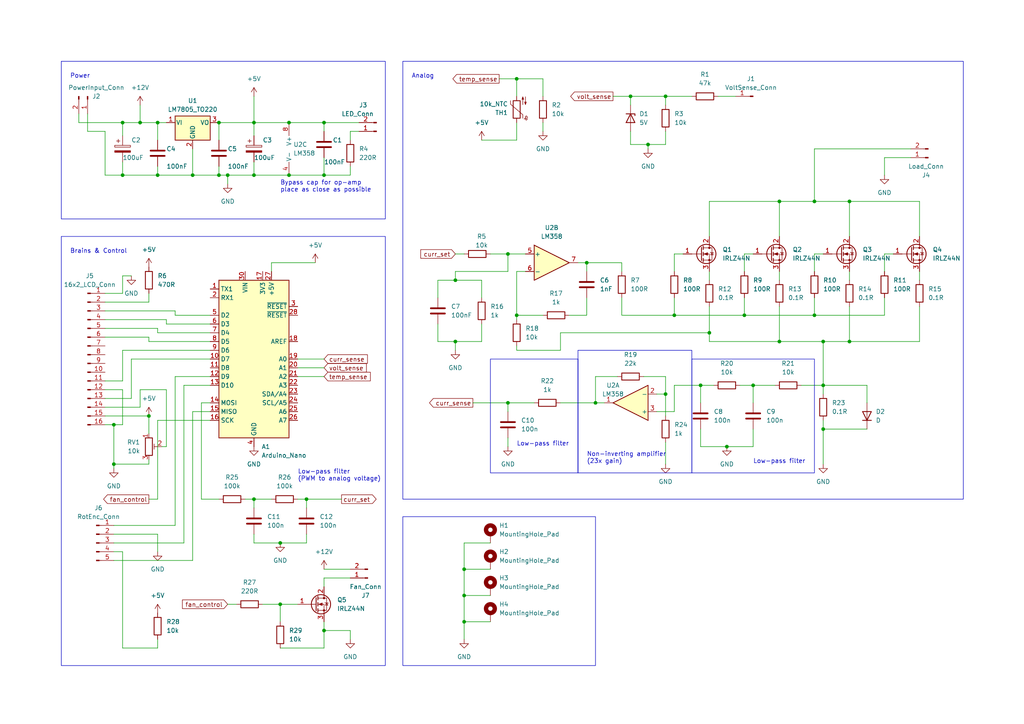
<source format=kicad_sch>
(kicad_sch (version 20230121) (generator eeschema)
  (paper "A4")
  (lib_symbols
    (symbol "Amplifier_Operational:LM358" (pin_names (offset 0.127))
      (property "Reference" "U" (at 0 5.08 0))
      (property "Value" "LM358" (at 0 -5.08 0))
      (symbol "LM358_1_1"
        (pin output line (at 7.62 0 180) (length 2.54) (name "~") (number "1"))
        (pin input line (at -7.62 -2.54 0) (length 2.54) (name "-") (number "2"))
        (pin input line (at -7.62 2.54 0) (length 2.54) (name "+") (number "3"))
      )
      (symbol "LM358_2_1"
        (pin input line (at -7.62 2.54 0) (length 2.54) (name "+") (number "5"))
        (pin input line (at -7.62 -2.54 0) (length 2.54) (name "-") (number "6"))
        (pin output line (at 7.62 0 180) (length 2.54) (name "~") (number "7"))
      )
      (symbol "LM358_3_1"
        (pin power_in line (at -2.54 -7.62 90) (length 3.81) (name "V-") (number "4"))
        (pin power_in line (at -2.54 7.62 270) (length 3.81) (name "V+") (number "8"))
      )
    )
    (symbol "Connector:Conn_01x01_Pin" (pin_names (offset 1.016) hide)
      (property "Reference" "J" (at 0 2.54 0))
      (property "Value" "Conn_01x01_Pin" (at 0 -2.54 0))
      (symbol "Conn_01x01_Pin_1_1"
        (pin passive line (at 5.08 0 180) (length 3.81) (name "Pin_1") (number "1"))
      )
    )
    (symbol "Connector:Conn_01x02_Pin" (pin_names (offset 1.016) hide)
      (property "Reference" "J" (at 0 2.54 0))
      (property "Value" "Conn_01x02_Pin" (at 0 -5.08 0))
      (symbol "Conn_01x02_Pin_1_1"
        (pin passive line (at 5.08 0 180) (length 3.81) (name "Pin_1") (number "1"))
        (pin passive line (at 5.08 -2.54 180) (length 3.81) (name "Pin_2") (number "2"))
      )
    )
    (symbol "Connector:Conn_01x05_Pin" (pin_names (offset 1.016) hide)
      (property "Reference" "J" (at 0 7.62 0))
      (property "Value" "Conn_01x05_Pin" (at 0 -7.62 0))
      (symbol "Conn_01x05_Pin_1_1"
        (pin passive line (at 5.08 5.08 180) (length 3.81) (name "Pin_1") (number "1"))
        (pin passive line (at 5.08 2.54 180) (length 3.81) (name "Pin_2") (number "2"))
        (pin passive line (at 5.08 0 180) (length 3.81) (name "Pin_3") (number "3"))
        (pin passive line (at 5.08 -2.54 180) (length 3.81) (name "Pin_4") (number "4"))
        (pin passive line (at 5.08 -5.08 180) (length 3.81) (name "Pin_5") (number "5"))
      )
    )
    (symbol "Connector:Conn_01x16_Pin" (pin_names (offset 1.016) hide)
      (property "Reference" "J" (at 0 20.32 0))
      (property "Value" "Conn_01x16_Pin" (at 0 -22.86 0))
      (symbol "Conn_01x16_Pin_1_1"
        (pin passive line (at 5.08 17.78 180) (length 3.81) (name "Pin_1") (number "1"))
        (pin passive line (at 5.08 -5.08 180) (length 3.81) (name "Pin_10") (number "10"))
        (pin passive line (at 5.08 -7.62 180) (length 3.81) (name "Pin_11") (number "11"))
        (pin passive line (at 5.08 -10.16 180) (length 3.81) (name "Pin_12") (number "12"))
        (pin passive line (at 5.08 -12.7 180) (length 3.81) (name "Pin_13") (number "13"))
        (pin passive line (at 5.08 -15.24 180) (length 3.81) (name "Pin_14") (number "14"))
        (pin passive line (at 5.08 -17.78 180) (length 3.81) (name "Pin_15") (number "15"))
        (pin passive line (at 5.08 -20.32 180) (length 3.81) (name "Pin_16") (number "16"))
        (pin passive line (at 5.08 15.24 180) (length 3.81) (name "Pin_2") (number "2"))
        (pin passive line (at 5.08 12.7 180) (length 3.81) (name "Pin_3") (number "3"))
        (pin passive line (at 5.08 10.16 180) (length 3.81) (name "Pin_4") (number "4"))
        (pin passive line (at 5.08 7.62 180) (length 3.81) (name "Pin_5") (number "5"))
        (pin passive line (at 5.08 5.08 180) (length 3.81) (name "Pin_6") (number "6"))
        (pin passive line (at 5.08 2.54 180) (length 3.81) (name "Pin_7") (number "7"))
        (pin passive line (at 5.08 0 180) (length 3.81) (name "Pin_8") (number "8"))
        (pin passive line (at 5.08 -2.54 180) (length 3.81) (name "Pin_9") (number "9"))
      )
    )
    (symbol "Device:C" (pin_numbers hide) (pin_names (offset 0.254))
      (property "Reference" "C" (at 0.635 2.54 0))
      (property "Value" "C" (at 0.635 -2.54 0))
      (symbol "C_1_1"
        (pin passive line (at 0 3.81 270) (length 2.794) (name "~") (number "1"))
        (pin passive line (at 0 -3.81 90) (length 2.794) (name "~") (number "2"))
      )
    )
    (symbol "Device:C_Polarized" (pin_numbers hide) (pin_names (offset 0.254))
      (property "Reference" "C" (at 0.635 2.54 0))
      (property "Value" "C_Polarized" (at 0.635 -2.54 0))
      (symbol "C_Polarized_1_1"
        (pin passive line (at 0 3.81 270) (length 2.794) (name "~") (number "1"))
        (pin passive line (at 0 -3.81 90) (length 2.794) (name "~") (number "2"))
      )
    )
    (symbol "Device:D" (pin_numbers hide) (pin_names (offset 1.016) hide)
      (property "Reference" "D" (at 0 2.54 0))
      (property "Value" "D" (at 0 -2.54 0))
      (symbol "D_1_1"
        (pin passive line (at -3.81 0 0) (length 2.54) (name "K") (number "1"))
        (pin passive line (at 3.81 0 180) (length 2.54) (name "A") (number "2"))
      )
    )
    (symbol "Device:D_Zener" (pin_numbers hide) (pin_names (offset 1.016) hide)
      (property "Reference" "D" (at 0 2.54 0))
      (property "Value" "D_Zener" (at 0 -2.54 0))
      (symbol "D_Zener_1_1"
        (pin passive line (at -3.81 0 0) (length 2.54) (name "K") (number "1"))
        (pin passive line (at 3.81 0 180) (length 2.54) (name "A") (number "2"))
      )
    )
    (symbol "Device:R" (pin_numbers hide) (pin_names (offset 0))
      (property "Reference" "R" (at 2.032 0 90))
      (property "Value" "R" (at 0 0 90))
      (symbol "R_1_1"
        (pin passive line (at 0 3.81 270) (length 1.27) (name "~") (number "1"))
        (pin passive line (at 0 -3.81 90) (length 1.27) (name "~") (number "2"))
      )
    )
    (symbol "Device:R_Potentiometer_Trim" (pin_names (offset 1.016) hide)
      (property "Reference" "RV" (at -4.445 0 90))
      (property "Value" "R_Potentiometer_Trim" (at -2.54 0 90))
      (symbol "R_Potentiometer_Trim_1_1"
        (pin passive line (at 0 3.81 270) (length 1.27) (name "1") (number "1"))
        (pin passive line (at 3.81 0 180) (length 1.27) (name "2") (number "2"))
        (pin passive line (at 0 -3.81 90) (length 1.27) (name "3") (number "3"))
      )
    )
    (symbol "Device:Thermistor_NTC" (pin_numbers hide) (pin_names (offset 0))
      (property "Reference" "TH" (at -4.445 0 90))
      (property "Value" "Thermistor_NTC" (at 3.175 0 90))
      (symbol "Thermistor_NTC_1_1"
        (pin passive line (at 0 3.81 270) (length 1.27) (name "~") (number "1"))
        (pin passive line (at 0 -3.81 90) (length 1.27) (name "~") (number "2"))
      )
    )
    (symbol "MCU_Module:Arduino_Nano_Every"
      (property "Reference" "A" (at -10.16 23.495 0))
      (property "Value" "Arduino_Nano_Every" (at 5.08 -24.13 0))
      (symbol "Arduino_Nano_Every_1_1"
        (pin bidirectional line (at -12.7 20.32 0) (length 2.54) (name "TX1") (number "1"))
        (pin bidirectional line (at -12.7 0 0) (length 2.54) (name "D7") (number "10"))
        (pin bidirectional line (at -12.7 -2.54 0) (length 2.54) (name "D8") (number "11"))
        (pin bidirectional line (at -12.7 -5.08 0) (length 2.54) (name "D9") (number "12"))
        (pin bidirectional line (at -12.7 -7.62 0) (length 2.54) (name "D10") (number "13"))
        (pin bidirectional line (at -12.7 -12.7 0) (length 2.54) (name "MOSI") (number "14"))
        (pin bidirectional line (at -12.7 -15.24 0) (length 2.54) (name "MISO") (number "15"))
        (pin bidirectional line (at -12.7 -17.78 0) (length 2.54) (name "SCK") (number "16"))
        (pin power_out line (at 2.54 25.4 270) (length 2.54) (name "3V3") (number "17"))
        (pin input line (at 12.7 5.08 180) (length 2.54) (name "AREF") (number "18"))
        (pin bidirectional line (at 12.7 0 180) (length 2.54) (name "A0") (number "19"))
        (pin bidirectional line (at -12.7 17.78 0) (length 2.54) (name "RX1") (number "2"))
        (pin bidirectional line (at 12.7 -2.54 180) (length 2.54) (name "A1") (number "20"))
        (pin bidirectional line (at 12.7 -5.08 180) (length 2.54) (name "A2") (number "21"))
        (pin bidirectional line (at 12.7 -7.62 180) (length 2.54) (name "A3") (number "22"))
        (pin bidirectional line (at 12.7 -10.16 180) (length 2.54) (name "SDA/A4") (number "23"))
        (pin bidirectional line (at 12.7 -12.7 180) (length 2.54) (name "SCL/A5") (number "24"))
        (pin bidirectional line (at 12.7 -15.24 180) (length 2.54) (name "A6") (number "25"))
        (pin bidirectional line (at 12.7 -17.78 180) (length 2.54) (name "A7") (number "26"))
        (pin power_out line (at 5.08 25.4 270) (length 2.54) (name "+5V") (number "27"))
        (pin input line (at 12.7 12.7 180) (length 2.54) (name "~{RESET}") (number "28"))
        (pin passive line (at 0 -25.4 90) (length 2.54) hide (name "GND") (number "29"))
        (pin input line (at 12.7 15.24 180) (length 2.54) (name "~{RESET}") (number "3"))
        (pin power_in line (at -2.54 25.4 270) (length 2.54) (name "VIN") (number "30"))
        (pin power_in line (at 0 -25.4 90) (length 2.54) (name "GND") (number "4"))
        (pin bidirectional line (at -12.7 12.7 0) (length 2.54) (name "D2") (number "5"))
        (pin bidirectional line (at -12.7 10.16 0) (length 2.54) (name "D3") (number "6"))
        (pin bidirectional line (at -12.7 7.62 0) (length 2.54) (name "D4") (number "7"))
        (pin bidirectional line (at -12.7 5.08 0) (length 2.54) (name "D5") (number "8"))
        (pin bidirectional line (at -12.7 2.54 0) (length 2.54) (name "D6") (number "9"))
      )
    )
    (symbol "Mechanical:MountingHole_Pad" (pin_numbers hide) (pin_names (offset 1.016) hide)
      (property "Reference" "H" (at 0 6.35 0))
      (property "Value" "MountingHole_Pad" (at 0 4.445 0))
      (symbol "MountingHole_Pad_1_1"
        (pin input line (at 0 -2.54 90) (length 2.54) (name "1") (number "1"))
      )
    )
    (symbol "Regulator_Linear:LM7805_TO220" (pin_names (offset 0.254))
      (property "Reference" "U" (at -3.81 3.175 0))
      (property "Value" "LM7805_TO220" (at 0 3.175 0))
      (symbol "LM7805_TO220_1_1"
        (pin power_in line (at -7.62 0 0) (length 2.54) (name "VI") (number "1"))
        (pin power_in line (at 0 -7.62 90) (length 2.54) (name "GND") (number "2"))
        (pin power_out line (at 7.62 0 180) (length 2.54) (name "VO") (number "3"))
      )
    )
    (symbol "Transistor_FET:IRLZ44N" (pin_names hide)
      (property "Reference" "Q" (at 6.35 1.905 0))
      (property "Value" "IRLZ44N" (at 6.35 0 0))
      (symbol "IRLZ44N_1_1"
        (pin input line (at -5.08 0 0) (length 2.54) (name "G") (number "1"))
        (pin passive line (at 2.54 5.08 270) (length 2.54) (name "D") (number "2"))
        (pin passive line (at 2.54 -5.08 90) (length 2.54) (name "S") (number "3"))
      )
    )
    (symbol "power:+12V" (power) (pin_names (offset 0))
      (property "Value" "+12V" (at 0 3.556 0))
      (symbol "+12V_1_1"
        (pin power_in line (at 0 0 90) (length 0) hide (name "+12V") (number "1"))
      )
    )
    (symbol "power:+5V" (power) (pin_names (offset 0))
      (property "Value" "+5V" (at 0 3.556 0))
      (symbol "+5V_1_1"
        (pin power_in line (at 0 0 90) (length 0) hide (name "+5V") (number "1"))
      )
    )
    (symbol "power:GND" (power) (pin_names (offset 0))
      (property "Value" "GND" (at 0 -3.81 0))
      (symbol "GND_1_1"
        (pin power_in line (at 0 0 270) (length 0) hide (name "GND") (number "1"))
      )
    )
  )
  (junction (at 246.38 99.06))
  (junction (at 203.2 111.76))
  (junction (at 83.82 50.8))
  (junction (at 215.9 91.44))
  (junction (at 35.56 50.8))
  (junction (at 73.66 35.56))
  (junction (at 210.82 129.54))
  (junction (at 218.44 111.76))
  (junction (at 134.62 172.72))
  (junction (at 73.66 50.8))
  (junction (at 93.98 35.56))
  (junction (at 45.72 35.56))
  (junction (at 226.06 58.42))
  (junction (at 132.08 99.06))
  (junction (at 134.62 165.1))
  (junction (at 246.38 58.42))
  (junction (at 81.28 175.26))
  (junction (at 238.76 124.46))
  (junction (at 45.72 50.8))
  (junction (at 88.9 144.78))
  (junction (at 195.58 91.44))
  (junction (at 73.66 144.78))
  (junction (at 55.88 50.8))
  (junction (at 193.04 114.3))
  (junction (at 132.08 81.28))
  (junction (at 205.74 96.52))
  (junction (at 193.04 27.94))
  (junction (at 66.04 50.8))
  (junction (at 236.22 58.42))
  (junction (at 238.76 111.76))
  (junction (at 93.98 50.8))
  (junction (at 83.82 35.56))
  (junction (at 40.64 35.56))
  (junction (at 93.98 182.88))
  (junction (at 134.62 180.34))
  (junction (at 149.86 91.44))
  (junction (at 63.5 50.8))
  (junction (at 149.86 22.86))
  (junction (at 226.06 99.06))
  (junction (at 238.76 99.06))
  (junction (at 172.72 116.84))
  (junction (at 33.02 134.62))
  (junction (at 35.56 35.56))
  (junction (at 236.22 91.44))
  (junction (at 43.18 120.65))
  (junction (at 147.32 116.84))
  (junction (at 63.5 35.56))
  (junction (at 170.18 76.2))
  (junction (at 33.02 123.19))
  (junction (at 147.32 73.66))
  (junction (at 81.28 157.48))
  (junction (at 187.96 41.91))
  (junction (at 182.88 27.94))
  (wire (pts (xy 215.9 91.44) (xy 195.58 91.44)))
  (wire (pts (xy 205.74 88.9) (xy 205.74 96.52)))
  (wire (pts (xy 35.56 46.99) (xy 35.56 50.8)))
  (wire (pts (xy 50.8 91.44) (xy 60.96 91.44)))
  (wire (pts (xy 101.6 48.26) (xy 101.6 50.8)))
  (wire (pts (xy 43.18 99.06) (xy 60.96 99.06)))
  (wire (pts (xy 86.36 144.78) (xy 88.9 144.78)))
  (wire (pts (xy 35.56 80.01) (xy 38.1 80.01)))
  (wire (pts (xy 175.26 116.84) (xy 172.72 116.84)))
  (wire (pts (xy 193.04 114.3) (xy 193.04 109.22)))
  (wire (pts (xy 33.02 134.62) (xy 33.02 123.19)))
  (wire (pts (xy 134.62 172.72) (xy 142.24 172.72)))
  (wire (pts (xy 172.72 109.22) (xy 172.72 116.84)))
  (wire (pts (xy 149.86 22.86) (xy 149.86 27.94)))
  (wire (pts (xy 137.16 116.84) (xy 147.32 116.84)))
  (wire (pts (xy 55.88 162.56) (xy 55.88 119.38)))
  (wire (pts (xy 208.28 27.94) (xy 213.36 27.94)))
  (wire (pts (xy 266.7 78.74) (xy 266.7 81.28)))
  (wire (pts (xy 139.7 99.06) (xy 139.7 93.98)))
  (wire (pts (xy 251.46 111.76) (xy 238.76 111.76)))
  (wire (pts (xy 246.38 88.9) (xy 246.38 99.06)))
  (wire (pts (xy 172.72 109.22) (xy 179.07 109.22)))
  (wire (pts (xy 22.86 33.02) (xy 22.86 35.56)))
  (wire (pts (xy 215.9 91.44) (xy 236.22 91.44)))
  (wire (pts (xy 30.48 90.17) (xy 50.8 90.17)))
  (wire (pts (xy 195.58 91.44) (xy 180.34 91.44)))
  (wire (pts (xy 45.72 35.56) (xy 45.72 40.64)))
  (wire (pts (xy 127 99.06) (xy 132.08 99.06)))
  (wire (pts (xy 238.76 99.06) (xy 246.38 99.06)))
  (wire (pts (xy 101.6 167.64) (xy 93.98 167.64)))
  (wire (pts (xy 149.86 100.33) (xy 149.86 101.6)))
  (wire (pts (xy 215.9 73.66) (xy 218.44 73.66)))
  (wire (pts (xy 101.6 50.8) (xy 93.98 50.8)))
  (wire (pts (xy 25.4 33.02) (xy 25.4 38.1)))
  (wire (pts (xy 162.56 96.52) (xy 205.74 96.52)))
  (wire (pts (xy 157.48 91.44) (xy 149.86 91.44)))
  (wire (pts (xy 210.82 129.54) (xy 203.2 129.54)))
  (wire (pts (xy 177.8 27.94) (xy 182.88 27.94)))
  (wire (pts (xy 147.32 116.84) (xy 147.32 119.38)))
  (wire (pts (xy 66.04 50.8) (xy 66.04 53.34)))
  (wire (pts (xy 256.54 91.44) (xy 236.22 91.44)))
  (wire (pts (xy 203.2 111.76) (xy 203.2 116.84)))
  (wire (pts (xy 86.36 109.22) (xy 93.98 109.22)))
  (wire (pts (xy 101.6 40.64) (xy 101.6 38.1)))
  (wire (pts (xy 193.04 27.94) (xy 200.66 27.94)))
  (wire (pts (xy 180.34 78.74) (xy 180.34 76.2)))
  (wire (pts (xy 193.04 114.3) (xy 193.04 120.65)))
  (wire (pts (xy 215.9 86.36) (xy 215.9 91.44)))
  (wire (pts (xy 236.22 73.66) (xy 238.76 73.66)))
  (wire (pts (xy 251.46 124.46) (xy 238.76 124.46)))
  (wire (pts (xy 43.18 97.79) (xy 43.18 99.06)))
  (wire (pts (xy 81.28 175.26) (xy 81.28 180.34)))
  (wire (pts (xy 30.48 115.57) (xy 38.1 115.57)))
  (wire (pts (xy 81.28 175.26) (xy 86.36 175.26)))
  (wire (pts (xy 127 86.36) (xy 127 81.28)))
  (wire (pts (xy 266.7 99.06) (xy 266.7 88.9)))
  (wire (pts (xy 40.64 30.48) (xy 40.64 35.56)))
  (wire (pts (xy 63.5 48.26) (xy 63.5 50.8)))
  (wire (pts (xy 45.72 185.42) (xy 45.72 187.96)))
  (wire (pts (xy 45.72 96.52) (xy 60.96 96.52)))
  (wire (pts (xy 25.4 38.1) (xy 30.48 38.1)))
  (wire (pts (xy 256.54 50.8) (xy 256.54 45.72)))
  (wire (pts (xy 73.66 144.78) (xy 73.66 147.32)))
  (wire (pts (xy 187.96 43.18) (xy 187.96 41.91)))
  (wire (pts (xy 48.26 113.03) (xy 48.26 129.54)))
  (wire (pts (xy 152.4 78.74) (xy 149.86 78.74)))
  (wire (pts (xy 76.2 175.26) (xy 81.28 175.26)))
  (wire (pts (xy 40.64 35.56) (xy 45.72 35.56)))
  (wire (pts (xy 144.78 22.86) (xy 149.86 22.86)))
  (wire (pts (xy 132.08 81.28) (xy 139.7 81.28)))
  (wire (pts (xy 35.56 50.8) (xy 45.72 50.8)))
  (wire (pts (xy 30.48 113.03) (xy 35.56 113.03)))
  (wire (pts (xy 246.38 58.42) (xy 266.7 58.42)))
  (wire (pts (xy 43.18 87.63) (xy 43.18 85.09)))
  (wire (pts (xy 170.18 76.2) (xy 170.18 78.74)))
  (wire (pts (xy 142.24 73.66) (xy 147.32 73.66)))
  (wire (pts (xy 154.94 116.84) (xy 147.32 116.84)))
  (wire (pts (xy 236.22 43.18) (xy 236.22 58.42)))
  (wire (pts (xy 180.34 91.44) (xy 180.34 86.36)))
  (wire (pts (xy 205.74 99.06) (xy 226.06 99.06)))
  (wire (pts (xy 30.48 87.63) (xy 43.18 87.63)))
  (wire (pts (xy 193.04 27.94) (xy 193.04 30.48)))
  (wire (pts (xy 170.18 76.2) (xy 167.64 76.2)))
  (wire (pts (xy 226.06 58.42) (xy 226.06 68.58)))
  (wire (pts (xy 30.48 95.25) (xy 45.72 95.25)))
  (wire (pts (xy 73.66 27.94) (xy 73.66 35.56)))
  (wire (pts (xy 33.02 123.19) (xy 30.48 123.19)))
  (wire (pts (xy 46.99 129.54) (xy 48.26 129.54)))
  (wire (pts (xy 63.5 50.8) (xy 66.04 50.8)))
  (wire (pts (xy 134.62 180.34) (xy 142.24 180.34)))
  (wire (pts (xy 50.8 152.4) (xy 33.02 152.4)))
  (wire (pts (xy 30.48 120.65) (xy 43.18 120.65)))
  (wire (pts (xy 157.48 35.56) (xy 157.48 38.1)))
  (wire (pts (xy 162.56 101.6) (xy 162.56 96.52)))
  (wire (pts (xy 55.88 50.8) (xy 63.5 50.8)))
  (wire (pts (xy 40.64 118.11) (xy 40.64 113.03)))
  (wire (pts (xy 132.08 99.06) (xy 132.08 101.6)))
  (wire (pts (xy 73.66 35.56) (xy 83.82 35.56)))
  (wire (pts (xy 214.63 111.76) (xy 218.44 111.76)))
  (wire (pts (xy 66.04 50.8) (xy 73.66 50.8)))
  (wire (pts (xy 30.48 50.8) (xy 35.56 50.8)))
  (wire (pts (xy 149.86 22.86) (xy 157.48 22.86)))
  (wire (pts (xy 226.06 99.06) (xy 226.06 88.9)))
  (wire (pts (xy 182.88 41.91) (xy 187.96 41.91)))
  (wire (pts (xy 193.04 41.91) (xy 193.04 38.1)))
  (wire (pts (xy 195.58 111.76) (xy 203.2 111.76)))
  (wire (pts (xy 86.36 106.68) (xy 93.98 106.68)))
  (wire (pts (xy 256.54 78.74) (xy 256.54 73.66)))
  (wire (pts (xy 43.18 144.78) (xy 45.72 144.78)))
  (wire (pts (xy 45.72 35.56) (xy 48.26 35.56)))
  (wire (pts (xy 218.44 111.76) (xy 224.79 111.76)))
  (wire (pts (xy 30.48 38.1) (xy 30.48 50.8)))
  (wire (pts (xy 187.96 41.91) (xy 193.04 41.91)))
  (wire (pts (xy 93.98 187.96) (xy 81.28 187.96)))
  (wire (pts (xy 101.6 185.42) (xy 101.6 182.88)))
  (wire (pts (xy 35.56 35.56) (xy 35.56 39.37)))
  (wire (pts (xy 35.56 110.49) (xy 35.56 101.6)))
  (wire (pts (xy 246.38 78.74) (xy 246.38 81.28)))
  (wire (pts (xy 81.28 157.48) (xy 88.9 157.48)))
  (wire (pts (xy 238.76 99.06) (xy 238.76 111.76)))
  (wire (pts (xy 93.98 180.34) (xy 93.98 182.88)))
  (wire (pts (xy 134.62 172.72) (xy 134.62 180.34)))
  (wire (pts (xy 30.48 97.79) (xy 43.18 97.79)))
  (wire (pts (xy 35.56 160.02) (xy 35.56 187.96)))
  (wire (pts (xy 55.88 119.38) (xy 60.96 119.38)))
  (wire (pts (xy 134.62 180.34) (xy 134.62 185.42)))
  (wire (pts (xy 127 81.28) (xy 132.08 81.28)))
  (wire (pts (xy 93.98 35.56) (xy 104.14 35.56)))
  (wire (pts (xy 101.6 38.1) (xy 104.14 38.1)))
  (wire (pts (xy 88.9 144.78) (xy 88.9 147.32)))
  (wire (pts (xy 238.76 124.46) (xy 238.76 134.62)))
  (wire (pts (xy 218.44 129.54) (xy 210.82 129.54)))
  (wire (pts (xy 88.9 144.78) (xy 99.06 144.78)))
  (wire (pts (xy 226.06 99.06) (xy 238.76 99.06)))
  (wire (pts (xy 186.69 109.22) (xy 193.04 109.22)))
  (wire (pts (xy 101.6 182.88) (xy 93.98 182.88)))
  (wire (pts (xy 236.22 91.44) (xy 236.22 86.36)))
  (wire (pts (xy 43.18 133.35) (xy 43.18 134.62)))
  (wire (pts (xy 236.22 58.42) (xy 246.38 58.42)))
  (wire (pts (xy 205.74 58.42) (xy 226.06 58.42)))
  (wire (pts (xy 66.04 175.26) (xy 68.58 175.26)))
  (wire (pts (xy 35.56 35.56) (xy 40.64 35.56)))
  (wire (pts (xy 238.76 124.46) (xy 238.76 121.92)))
  (wire (pts (xy 33.02 162.56) (xy 55.88 162.56)))
  (wire (pts (xy 73.66 35.56) (xy 73.66 39.37)))
  (wire (pts (xy 266.7 58.42) (xy 266.7 68.58)))
  (wire (pts (xy 73.66 50.8) (xy 83.82 50.8)))
  (wire (pts (xy 132.08 78.74) (xy 132.08 81.28)))
  (wire (pts (xy 45.72 144.78) (xy 45.72 121.92)))
  (wire (pts (xy 218.44 111.76) (xy 218.44 116.84)))
  (wire (pts (xy 38.1 115.57) (xy 38.1 104.14)))
  (wire (pts (xy 170.18 91.44) (xy 165.1 91.44)))
  (wire (pts (xy 55.88 43.18) (xy 55.88 50.8)))
  (wire (pts (xy 218.44 124.46) (xy 218.44 129.54)))
  (wire (pts (xy 147.32 73.66) (xy 147.32 78.74)))
  (wire (pts (xy 73.66 46.99) (xy 73.66 50.8)))
  (wire (pts (xy 63.5 35.56) (xy 73.66 35.56)))
  (wire (pts (xy 149.86 91.44) (xy 149.86 92.71)))
  (wire (pts (xy 78.74 76.2) (xy 91.44 76.2)))
  (wire (pts (xy 73.66 157.48) (xy 81.28 157.48)))
  (wire (pts (xy 35.56 187.96) (xy 45.72 187.96)))
  (wire (pts (xy 73.66 154.94) (xy 73.66 157.48)))
  (wire (pts (xy 33.02 160.02) (xy 35.56 160.02)))
  (wire (pts (xy 43.18 134.62) (xy 33.02 134.62)))
  (wire (pts (xy 162.56 116.84) (xy 172.72 116.84)))
  (wire (pts (xy 205.74 78.74) (xy 205.74 81.28)))
  (wire (pts (xy 251.46 116.84) (xy 251.46 111.76)))
  (wire (pts (xy 190.5 119.38) (xy 195.58 119.38)))
  (wire (pts (xy 147.32 127) (xy 147.32 129.54)))
  (wire (pts (xy 134.62 165.1) (xy 134.62 172.72)))
  (wire (pts (xy 180.34 76.2) (xy 170.18 76.2)))
  (wire (pts (xy 71.12 144.78) (xy 73.66 144.78)))
  (wire (pts (xy 35.56 113.03) (xy 35.56 123.19)))
  (wire (pts (xy 45.72 50.8) (xy 55.88 50.8)))
  (wire (pts (xy 149.86 78.74) (xy 149.86 91.44)))
  (wire (pts (xy 147.32 73.66) (xy 152.4 73.66)))
  (wire (pts (xy 182.88 27.94) (xy 193.04 27.94)))
  (wire (pts (xy 139.7 81.28) (xy 139.7 86.36)))
  (wire (pts (xy 58.42 144.78) (xy 63.5 144.78)))
  (wire (pts (xy 48.26 93.98) (xy 60.96 93.98)))
  (wire (pts (xy 226.06 58.42) (xy 236.22 58.42)))
  (wire (pts (xy 190.5 114.3) (xy 193.04 114.3)))
  (wire (pts (xy 182.88 27.94) (xy 182.88 30.48)))
  (wire (pts (xy 93.98 167.64) (xy 93.98 170.18)))
  (wire (pts (xy 50.8 90.17) (xy 50.8 91.44)))
  (wire (pts (xy 33.02 135.89) (xy 33.02 134.62)))
  (wire (pts (xy 50.8 109.22) (xy 50.8 152.4)))
  (wire (pts (xy 205.74 68.58) (xy 205.74 58.42)))
  (wire (pts (xy 205.74 96.52) (xy 205.74 99.06)))
  (wire (pts (xy 232.41 111.76) (xy 238.76 111.76)))
  (wire (pts (xy 35.56 101.6) (xy 60.96 101.6)))
  (wire (pts (xy 203.2 111.76) (xy 207.01 111.76)))
  (wire (pts (xy 170.18 86.36) (xy 170.18 91.44)))
  (wire (pts (xy 30.48 92.71) (xy 48.26 92.71)))
  (wire (pts (xy 226.06 78.74) (xy 226.06 81.28)))
  (wire (pts (xy 60.96 116.84) (xy 58.42 116.84)))
  (wire (pts (xy 30.48 85.09) (xy 35.56 85.09)))
  (wire (pts (xy 139.7 40.64) (xy 149.86 40.64)))
  (wire (pts (xy 22.86 35.56) (xy 35.56 35.56)))
  (wire (pts (xy 30.48 110.49) (xy 35.56 110.49)))
  (wire (pts (xy 30.48 118.11) (xy 40.64 118.11)))
  (wire (pts (xy 53.34 111.76) (xy 60.96 111.76)))
  (wire (pts (xy 33.02 154.94) (xy 45.72 154.94)))
  (wire (pts (xy 215.9 78.74) (xy 215.9 73.66)))
  (wire (pts (xy 88.9 157.48) (xy 88.9 154.94)))
  (wire (pts (xy 195.58 91.44) (xy 195.58 86.36)))
  (wire (pts (xy 45.72 154.94) (xy 45.72 160.02)))
  (wire (pts (xy 40.64 113.03) (xy 48.26 113.03)))
  (wire (pts (xy 58.42 116.84) (xy 58.42 144.78)))
  (wire (pts (xy 93.98 45.72) (xy 93.98 50.8)))
  (wire (pts (xy 246.38 58.42) (xy 246.38 68.58)))
  (wire (pts (xy 149.86 40.64) (xy 149.86 35.56)))
  (wire (pts (xy 78.74 78.74) (xy 78.74 76.2)))
  (wire (pts (xy 134.62 165.1) (xy 134.62 157.48)))
  (wire (pts (xy 93.98 35.56) (xy 93.98 38.1)))
  (wire (pts (xy 48.26 92.71) (xy 48.26 93.98)))
  (wire (pts (xy 93.98 182.88) (xy 93.98 187.96)))
  (wire (pts (xy 73.66 144.78) (xy 78.74 144.78)))
  (wire (pts (xy 38.1 104.14) (xy 60.96 104.14)))
  (wire (pts (xy 45.72 48.26) (xy 45.72 50.8)))
  (wire (pts (xy 157.48 22.86) (xy 157.48 27.94)))
  (wire (pts (xy 149.86 101.6) (xy 162.56 101.6)))
  (wire (pts (xy 43.18 120.65) (xy 43.18 125.73)))
  (wire (pts (xy 195.58 78.74) (xy 195.58 73.66)))
  (wire (pts (xy 193.04 128.27) (xy 193.04 134.62)))
  (wire (pts (xy 147.32 78.74) (xy 132.08 78.74)))
  (wire (pts (xy 83.82 35.56) (xy 93.98 35.56)))
  (wire (pts (xy 53.34 157.48) (xy 53.34 111.76)))
  (wire (pts (xy 256.54 86.36) (xy 256.54 91.44)))
  (wire (pts (xy 45.72 95.25) (xy 45.72 96.52)))
  (wire (pts (xy 101.6 165.1) (xy 93.98 165.1)))
  (wire (pts (xy 132.08 73.66) (xy 134.62 73.66)))
  (wire (pts (xy 195.58 73.66) (xy 198.12 73.66)))
  (wire (pts (xy 246.38 99.06) (xy 266.7 99.06)))
  (wire (pts (xy 134.62 157.48) (xy 142.24 157.48)))
  (wire (pts (xy 134.62 165.1) (xy 142.24 165.1)))
  (wire (pts (xy 33.02 157.48) (xy 53.34 157.48)))
  (wire (pts (xy 93.98 50.8) (xy 83.82 50.8)))
  (wire (pts (xy 35.56 123.19) (xy 33.02 123.19)))
  (wire (pts (xy 86.36 104.14) (xy 93.98 104.14)))
  (wire (pts (xy 60.96 109.22) (xy 50.8 109.22)))
  (wire (pts (xy 63.5 35.56) (xy 63.5 40.64)))
  (wire (pts (xy 236.22 78.74) (xy 236.22 73.66)))
  (wire (pts (xy 132.08 99.06) (xy 139.7 99.06)))
  (wire (pts (xy 238.76 111.76) (xy 238.76 114.3)))
  (wire (pts (xy 45.72 121.92) (xy 60.96 121.92)))
  (wire (pts (xy 35.56 85.09) (xy 35.56 80.01)))
  (wire (pts (xy 256.54 45.72) (xy 264.16 45.72)))
  (wire (pts (xy 264.16 43.18) (xy 236.22 43.18)))
  (wire (pts (xy 203.2 129.54) (xy 203.2 124.46)))
  (wire (pts (xy 256.54 73.66) (xy 259.08 73.66)))
  (wire (pts (xy 195.58 119.38) (xy 195.58 111.76)))
  (wire (pts (xy 127 93.98) (xy 127 99.06)))
  (wire (pts (xy 182.88 41.91) (xy 182.88 38.1)))
  (rectangle (start 17.78 68.58) (end 111.76 193.04))
  (rectangle (start 116.84 149.86) (end 172.72 193.04))
  (rectangle (start 116.84 17.78) (end 279.4 144.78))
  (rectangle (start 200.66 104.14) (end 236.22 137.16))
  (rectangle (start 17.78 17.78) (end 111.76 63.5))
  (rectangle (start 167.64 101.6) (end 200.66 137.16))
  (rectangle (start 142.24 104.14) (end 167.64 137.16))
  (text "Low-pass filter\n(PWM to analog voltage)" (at 86.36 139.7 0) (effects (font (size 1.27 1.27)) (justify left bottom)))
  (text "Bypass cap for op-amp\nplace as close as possible" (at 81.28 55.88 0) (effects (font (size 1.27 1.27)) (justify left bottom)))
  (text "Low-pass filter" (at 149.86 129.54 0) (effects (font (size 1.27 1.27)) (justify left bottom)))
  (text "Low-pass filter" (at 218.44 134.62 0) (effects (font (size 1.27 1.27)) (justify left bottom)))
  (text "Non-inverting amplifier \n(23x gain)" (at 170.18 134.62 0) (effects (font (size 1.27 1.27)) (justify left bottom)))
  (text "Brains & Control" (at 20.32 73.66 0) (effects (font (size 1.27 1.27)) (justify left bottom)))
  (text "Analog" (at 119.38 22.86 0) (effects (font (size 1.27 1.27)) (justify left bottom)))
  (text "Power" (at 20.32 22.86 0) (effects (font (size 1.27 1.27)) (justify left bottom)))
  (global_label "fan_control" (shape output) (at 43.18 144.78 180) (property "Intersheetrefs" "${INTERSHEET_REFS}" (effects hide)))
  (global_label "curr_sense" (shape input) (at 93.98 104.14 0) (property "Intersheetrefs" "${INTERSHEET_REFS}" (effects hide)))
  (global_label "fan_control" (shape input) (at 66.04 175.26 180) (property "Intersheetrefs" "${INTERSHEET_REFS}" (effects hide)))
  (global_label "curr_set" (shape input) (at 132.08 73.66 180) (property "Intersheetrefs" "${INTERSHEET_REFS}" (effects hide)))
  (global_label "curr_sense" (shape output) (at 137.16 116.84 180) (property "Intersheetrefs" "${INTERSHEET_REFS}" (effects hide)))
  (global_label "curr_set" (shape output) (at 99.06 144.78 0) (property "Intersheetrefs" "${INTERSHEET_REFS}" (effects hide)))
  (global_label "volt_sense" (shape input) (at 93.98 106.68 0) (property "Intersheetrefs" "${INTERSHEET_REFS}" (effects hide)))
  (global_label "temp_sense" (shape output) (at 144.78 22.86 180) (property "Intersheetrefs" "${INTERSHEET_REFS}" (effects hide)))
  (global_label "volt_sense" (shape output) (at 177.8 27.94 180) (property "Intersheetrefs" "${INTERSHEET_REFS}" (effects hide)))
  (global_label "temp_sense" (shape input) (at 93.98 109.22 0) (property "Intersheetrefs" "${INTERSHEET_REFS}" (effects hide)))
  (symbol (lib_id "power:+5V") (at 45.72 177.8 0) (unit 1)
    (property "Reference" "#PWR022" (effects hide))
    (property "Value" "+5V" (at 45.72 172.72 0))
  )
  (symbol (lib_id "Device:R") (at 138.43 73.66 90) (unit 1)
    (property "Reference" "R5" (at 139.7 68.58 90))
    (property "Value" "10k" (at 139.7 71.12 90))
    (property "Footprint" "Resistor_SMD:R_1206_3216Metric" (effects hide))
  )
  (symbol (lib_id "Device:R_Potentiometer_Trim") (at 43.18 129.54 0) (unit 1)
    (property "Reference" "RV1" (at 40.64 128.27 0) (effects (justify right)))
    (property "Value" "10k" (at 40.64 130.81 0) (effects (justify right)))
    (property "Footprint" "Connector_PinHeader_2.54mm:PinHeader_1x03_P2.54mm_Vertical" (effects hide))
  )
  (symbol (lib_id "Device:R") (at 139.7 90.17 180) (unit 1)
    (property "Reference" "R16" (at 142.24 88.9 0) (effects (justify right)))
    (property "Value" "1k" (at 142.24 91.44 0) (effects (justify right)))
    (property "Footprint" "Resistor_SMD:R_1206_3216Metric" (effects hide))
  )
  (symbol (lib_id "power:GND") (at 81.28 157.48 0) (unit 1)
    (property "Reference" "#PWR019" (effects hide))
    (property "Value" "GND" (at 81.28 162.56 0))
  )
  (symbol (lib_id "power:+5V") (at 139.7 40.64 0) (unit 1)
    (property "Reference" "#PWR04" (effects hide))
    (property "Value" "+5V" (at 139.7 35.56 0))
  )
  (symbol (lib_id "Device:R") (at 238.76 118.11 0) (unit 1)
    (property "Reference" "R23" (at 241.3 116.84 0) (effects (justify left)))
    (property "Value" "0.1R" (at 241.3 119.38 0) (effects (justify left)))
    (property "Footprint" "Resistor_THT:R_Axial_Power_L25.0mm_W9.0mm_P27.94mm" (effects hide))
  )
  (symbol (lib_id "power:GND") (at 157.48 38.1 0) (unit 1)
    (property "Reference" "#PWR03" (effects hide))
    (property "Value" "GND" (at 157.48 43.18 0))
  )
  (symbol (lib_id "Mechanical:MountingHole_Pad") (at 142.24 170.18 0) (unit 1)
    (property "Reference" "H3" (at 144.78 167.64 0) (effects (justify left)))
    (property "Value" "MountingHole_Pad" (at 144.78 170.18 0) (effects (justify left)))
    (property "Footprint" "MountingHole:MountingHole_3.2mm_M3_Pad" (effects hide))
  )
  (symbol (lib_id "power:GND") (at 73.66 129.54 0) (unit 1)
    (property "Reference" "#PWR013" (effects hide))
    (property "Value" "GND" (at 73.66 134.62 0))
  )
  (symbol (lib_id "Amplifier_Operational:LM358") (at 182.88 116.84 180) (unit 1)
    (property "Reference" "U2" (at 177.8 111.76 0))
    (property "Value" "LM358" (at 177.8 114.3 0))
    (property "Footprint" "Package_DIP:DIP-8_W7.62mm_LongPads" (effects hide))
    (property "Datasheet" "http://www.ti.com/lit/ds/symlink/lm2904-n.pdf" (effects hide))
  )
  (symbol (lib_id "power:+5V") (at 91.44 76.2 0) (unit 1)
    (property "Reference" "#PWR08" (effects hide))
    (property "Value" "+5V" (at 91.44 71.12 0))
  )
  (symbol (lib_id "power:+5V") (at 43.18 120.65 0) (unit 1)
    (property "Reference" "#PWR012" (effects hide))
    (property "Value" "+5V" (at 43.18 115.57 0))
  )
  (symbol (lib_id "Device:R") (at 246.38 85.09 0) (unit 1)
    (property "Reference" "R14" (at 248.92 83.82 0) (effects (justify left)))
    (property "Value" "0.1R" (at 248.92 86.36 0) (effects (justify left)))
    (property "Footprint" "Resistor_THT:R_Axial_Power_L25.0mm_W9.0mm_P27.94mm" (effects hide))
  )
  (symbol (lib_id "Device:R") (at 193.04 34.29 180) (unit 1)
    (property "Reference" "R3" (at 195.58 33.02 0) (effects (justify right)))
    (property "Value" "10k" (at 195.58 35.56 0) (effects (justify right)))
    (property "Footprint" "Resistor_SMD:R_1206_3216Metric" (effects hide))
  )
  (symbol (lib_id "Device:R") (at 101.6 44.45 180) (unit 1)
    (property "Reference" "R4" (at 104.14 43.18 0) (effects (justify right)))
    (property "Value" "220R" (at 104.14 45.72 0) (effects (justify right)))
    (property "Footprint" "Resistor_SMD:R_1206_3216Metric" (effects hide))
  )
  (symbol (lib_id "Mechanical:MountingHole_Pad") (at 142.24 177.8 0) (unit 1)
    (property "Reference" "H4" (at 144.78 175.26 0) (effects (justify left)))
    (property "Value" "MountingHole_Pad" (at 144.78 177.8 0) (effects (justify left)))
    (property "Footprint" "MountingHole:MountingHole_3.2mm_M3_Pad" (effects hide))
  )
  (symbol (lib_id "Device:R") (at 210.82 111.76 90) (unit 1)
    (property "Reference" "R20" (at 210.82 105.41 90))
    (property "Value" "10k" (at 210.82 107.95 90))
    (property "Footprint" "Resistor_SMD:R_1206_3216Metric" (effects hide))
  )
  (symbol (lib_id "Connector:Conn_01x16_Pin") (at 25.4 102.87 0) (unit 1)
    (property "Reference" "J5" (at 26.035 80.01 0))
    (property "Value" "16x2_LCD_Conn" (at 26.035 82.55 0))
    (property "Footprint" "Connector_PinHeader_2.54mm:PinHeader_1x16_P2.54mm_Vertical" (effects hide))
  )
  (symbol (lib_id "Connector:Conn_01x05_Pin") (at 27.94 157.48 0) (unit 1)
    (property "Reference" "J6" (at 28.575 147.32 0))
    (property "Value" "RotEnc_Conn" (at 28.575 149.86 0))
    (property "Footprint" "Connector_PinHeader_2.54mm:PinHeader_1x05_P2.54mm_Vertical" (effects hide))
  )
  (symbol (lib_id "Device:R") (at 180.34 82.55 0) (unit 1)
    (property "Reference" "R7" (at 182.88 81.28 0) (effects (justify left)))
    (property "Value" "100R" (at 182.88 83.82 0) (effects (justify left)))
    (property "Footprint" "Resistor_SMD:R_1206_3216Metric" (effects hide))
  )
  (symbol (lib_id "Device:R") (at 205.74 85.09 0) (unit 1)
    (property "Reference" "R12" (at 208.28 83.82 0) (effects (justify left)))
    (property "Value" "0.1R" (at 208.28 86.36 0) (effects (justify left)))
    (property "Footprint" "Resistor_THT:R_Axial_Power_L25.0mm_W9.0mm_P27.94mm" (effects hide))
  )
  (symbol (lib_id "Device:R") (at 236.22 82.55 0) (unit 1)
    (property "Reference" "R10" (at 238.76 81.28 0) (effects (justify left)))
    (property "Value" "100R" (at 238.76 83.82 0) (effects (justify left)))
    (property "Footprint" "Resistor_SMD:R_1206_3216Metric" (effects hide))
  )
  (symbol (lib_id "power:GND") (at 147.32 129.54 0) (unit 1)
    (property "Reference" "#PWR014" (effects hide))
    (property "Value" "GND" (at 147.32 134.62 0))
  )
  (symbol (lib_id "Device:R") (at 72.39 175.26 90) (unit 1)
    (property "Reference" "R27" (at 72.39 168.91 90))
    (property "Value" "220R" (at 72.39 171.45 90))
    (property "Footprint" "Resistor_SMD:R_1206_3216Metric" (effects hide))
  )
  (symbol (lib_id "Device:R") (at 226.06 85.09 0) (unit 1)
    (property "Reference" "R13" (at 228.6 83.82 0) (effects (justify left)))
    (property "Value" "0.1R" (at 228.6 86.36 0) (effects (justify left)))
    (property "Footprint" "Resistor_THT:R_Axial_Power_L25.0mm_W9.0mm_P27.94mm" (effects hide))
  )
  (symbol (lib_id "power:+12V") (at 93.98 165.1 0) (unit 1)
    (property "Reference" "#PWR021" (effects hide))
    (property "Value" "+12V" (at 93.98 160.02 0))
  )
  (symbol (lib_id "power:GND") (at 101.6 185.42 0) (unit 1)
    (property "Reference" "#PWR023" (effects hide))
    (property "Value" "GND" (at 101.6 190.5 0))
  )
  (symbol (lib_id "Device:C_Polarized") (at 35.56 43.18 0) (unit 1)
    (property "Reference" "C2" (at 38.1 40.64 0) (effects (justify left)))
    (property "Value" "100uF" (at 35.56 45.72 0) (effects (justify left)))
    (property "Footprint" "Capacitor_THT:CP_Radial_D6.3mm_P2.50mm" (effects hide))
  )
  (symbol (lib_id "Device:R") (at 81.28 184.15 180) (unit 1)
    (property "Reference" "R29" (at 83.82 182.88 0) (effects (justify right)))
    (property "Value" "10k" (at 83.82 185.42 0) (effects (justify right)))
    (property "Footprint" "Resistor_SMD:R_1206_3216Metric" (effects hide))
  )
  (symbol (lib_id "Device:C") (at 127 90.17 0) (unit 1)
    (property "Reference" "C7" (at 130.81 88.9 0) (effects (justify left)))
    (property "Value" "100nF" (at 130.81 91.44 0) (effects (justify left)))
    (property "Footprint" "Capacitor_SMD:C_1206_3216Metric" (effects hide))
  )
  (symbol (lib_id "power:GND") (at 238.76 134.62 0) (unit 1)
    (property "Reference" "#PWR017" (effects hide))
    (property "Value" "GND" (at 238.76 139.7 0))
  )
  (symbol (lib_id "Transistor_FET:IRLZ44N") (at 203.2 73.66 0) (unit 1)
    (property "Reference" "Q1" (at 209.55 72.39 0) (effects (justify left)))
    (property "Value" "IRLZ44N" (at 209.55 74.93 0) (effects (justify left)))
    (property "Footprint" "Package_TO_SOT_THT:TO-220-3_Vertical" (effects hide))
    (property "Datasheet" "http://www.irf.com/product-info/datasheets/data/irlz44n.pdf" (effects hide))
  )
  (symbol (lib_id "Transistor_FET:IRLZ44N") (at 264.16 73.66 0) (unit 1)
    (property "Reference" "Q4" (at 270.51 72.39 0) (effects (justify left)))
    (property "Value" "IRLZ44N" (at 270.51 74.93 0) (effects (justify left)))
    (property "Footprint" "Package_TO_SOT_THT:TO-220-3_Vertical" (effects hide))
    (property "Datasheet" "http://www.irf.com/product-info/datasheets/data/irlz44n.pdf" (effects hide))
  )
  (symbol (lib_id "Device:C") (at 45.72 44.45 0) (unit 1)
    (property "Reference" "C4" (at 48.26 43.18 0) (effects (justify left)))
    (property "Value" "100nF" (at 48.26 48.26 0) (effects (justify left)))
    (property "Footprint" "Capacitor_SMD:C_1206_3216Metric" (effects hide))
  )
  (symbol (lib_id "Transistor_FET:IRLZ44N") (at 91.44 175.26 0) (unit 1)
    (property "Reference" "Q5" (at 97.79 173.99 0) (effects (justify left)))
    (property "Value" "IRLZ44N" (at 97.79 176.53 0) (effects (justify left)))
    (property "Footprint" "Package_TO_SOT_THT:TO-220-3_Vertical" (effects hide))
    (property "Datasheet" "http://www.irf.com/product-info/datasheets/data/irlz44n.pdf" (effects hide))
  )
  (symbol (lib_id "power:GND") (at 187.96 43.18 0) (unit 1)
    (property "Reference" "#PWR05" (effects hide))
    (property "Value" "GND" (at 187.96 48.26 0))
  )
  (symbol (lib_id "Device:R") (at 228.6 111.76 90) (unit 1)
    (property "Reference" "R21" (at 228.6 105.41 90))
    (property "Value" "10k" (at 228.6 107.95 90))
    (property "Footprint" "Resistor_SMD:R_1206_3216Metric" (effects hide))
  )
  (symbol (lib_id "Device:R") (at 215.9 82.55 0) (unit 1)
    (property "Reference" "R9" (at 218.44 81.28 0) (effects (justify left)))
    (property "Value" "100R" (at 218.44 83.82 0) (effects (justify left)))
    (property "Footprint" "Resistor_SMD:R_1206_3216Metric" (effects hide))
  )
  (symbol (lib_id "Device:C") (at 88.9 151.13 0) (unit 1)
    (property "Reference" "C12" (at 92.71 149.86 0) (effects (justify left)))
    (property "Value" "100n" (at 92.71 152.4 0) (effects (justify left)))
    (property "Footprint" "Capacitor_SMD:C_1206_3216Metric" (effects hide))
  )
  (symbol (lib_id "power:GND") (at 45.72 160.02 0) (unit 1)
    (property "Reference" "#PWR020" (effects hide))
    (property "Value" "GND" (at 45.72 165.1 0))
  )
  (symbol (lib_id "Device:C") (at 73.66 151.13 0) (unit 1)
    (property "Reference" "C11" (at 77.47 149.86 0) (effects (justify left)))
    (property "Value" "100n" (at 77.47 152.4 0) (effects (justify left)))
    (property "Footprint" "Capacitor_SMD:C_1206_3216Metric" (effects hide))
  )
  (symbol (lib_id "Device:R") (at 45.72 181.61 180) (unit 1)
    (property "Reference" "R28" (at 48.26 180.34 0) (effects (justify right)))
    (property "Value" "10k" (at 48.26 182.88 0) (effects (justify right)))
    (property "Footprint" "Resistor_SMD:R_1206_3216Metric" (effects hide))
  )
  (symbol (lib_id "Connector:Conn_01x02_Pin") (at 269.24 45.72 180) (unit 1)
    (property "Reference" "J4" (at 268.605 50.8 0))
    (property "Value" "Load_Conn" (at 268.605 48.26 0))
    (property "Footprint" "MyFootprintLibrary:ScrewTerminal_01x02_P5mm" (effects hide))
  )
  (symbol (lib_id "power:+12V") (at 40.64 30.48 0) (unit 1)
    (property "Reference" "#PWR02" (effects hide))
    (property "Value" "+12V" (at 40.64 25.4 0))
  )
  (symbol (lib_id "Device:R") (at 204.47 27.94 90) (unit 1)
    (property "Reference" "R1" (at 204.47 21.59 90))
    (property "Value" "47k" (at 204.47 24.13 90))
    (property "Footprint" "Resistor_SMD:R_1206_3216Metric" (effects hide))
  )
  (symbol (lib_id "Device:R") (at 266.7 85.09 0) (unit 1)
    (property "Reference" "R15" (at 269.24 83.82 0) (effects (justify left)))
    (property "Value" "0.1R" (at 269.24 86.36 0) (effects (justify left)))
    (property "Footprint" "Resistor_THT:R_Axial_Power_L25.0mm_W9.0mm_P27.94mm" (effects hide))
  )
  (symbol (lib_id "power:GND") (at 134.62 185.42 0) (unit 1)
    (property "Reference" "#PWR024" (effects hide))
    (property "Value" "GND" (at 134.62 190.5 0))
  )
  (symbol (lib_id "power:GND") (at 132.08 101.6 0) (unit 1)
    (property "Reference" "#PWR011" (effects hide))
    (property "Value" "GND" (at 132.08 106.68 0))
  )
  (symbol (lib_id "Device:D") (at 251.46 120.65 90) (unit 1)
    (property "Reference" "D2" (at 254 119.38 90) (effects (justify right)))
    (property "Value" "D" (at 254 121.92 90) (effects (justify right)))
    (property "Footprint" "Diode_THT:D_T-1_P5.08mm_Horizontal" (effects hide))
    (property "Sim.Device" "D" (effects hide))
    (property "Sim.Pins" "1=K 2=A" (effects hide))
  )
  (symbol (lib_id "power:+5V") (at 73.66 27.94 0) (unit 1)
    (property "Reference" "#PWR01" (effects hide))
    (property "Value" "+5V" (at 73.66 22.86 0))
  )
  (symbol (lib_id "Connector:Conn_01x02_Pin") (at 25.4 27.94 270) (unit 1)
    (property "Reference" "J2" (at 27.94 27.94 90))
    (property "Value" "PowerInput_Conn" (at 27.94 25.4 90))
    (property "Footprint" "MyFootprintLibrary:ScrewTerminal_01x02_P5mm" (effects hide))
  )
  (symbol (lib_id "Device:C") (at 203.2 120.65 0) (unit 1)
    (property "Reference" "C8" (at 207.01 119.38 0) (effects (justify left)))
    (property "Value" "100n" (at 207.01 121.92 0) (effects (justify left)))
    (property "Footprint" "Capacitor_SMD:C_1206_3216Metric" (effects hide))
  )
  (symbol (lib_id "Device:C") (at 218.44 120.65 0) (unit 1)
    (property "Reference" "C9" (at 222.25 119.38 0) (effects (justify left)))
    (property "Value" "100n" (at 222.25 121.92 0) (effects (justify left)))
    (property "Footprint" "Capacitor_SMD:C_1206_3216Metric" (effects hide))
  )
  (symbol (lib_id "Device:R") (at 67.31 144.78 90) (unit 1)
    (property "Reference" "R25" (at 67.31 138.43 90))
    (property "Value" "100k" (at 67.31 140.97 90))
    (property "Footprint" "Resistor_SMD:R_1206_3216Metric" (effects hide))
  )
  (symbol (lib_id "Device:C") (at 63.5 44.45 0) (unit 1)
    (property "Reference" "C5" (at 66.04 43.18 0) (effects (justify left)))
    (property "Value" "100nF" (at 66.04 48.26 0) (effects (justify left)))
    (property "Footprint" "Capacitor_SMD:C_1206_3216Metric" (effects hide))
  )
  (symbol (lib_id "Device:Thermistor_NTC") (at 149.86 31.75 180) (unit 1)
    (property "Reference" "TH1" (at 147.32 32.7025 0) (effects (justify left)))
    (property "Value" "10k_NTC" (at 147.32 30.1625 0) (effects (justify left)))
    (property "Footprint" "Connector_PinHeader_2.54mm:PinHeader_1x02_P2.54mm_Vertical" (effects hide))
  )
  (symbol (lib_id "power:GND") (at 66.04 53.34 0) (unit 1)
    (property "Reference" "#PWR07" (effects hide))
    (property "Value" "GND" (at 66.04 58.42 0))
  )
  (symbol (lib_id "Transistor_FET:IRLZ44N") (at 243.84 73.66 0) (unit 1)
    (property "Reference" "Q3" (at 250.19 72.39 0) (effects (justify left)))
    (property "Value" "IRLZ44N" (at 250.19 74.93 0) (effects (justify left)))
    (property "Footprint" "Package_TO_SOT_THT:TO-220-3_Vertical" (effects hide))
    (property "Datasheet" "http://www.irf.com/product-info/datasheets/data/irlz44n.pdf" (effects hide))
  )
  (symbol (lib_id "Device:C") (at 147.32 123.19 0) (unit 1)
    (property "Reference" "C10" (at 151.13 121.92 0) (effects (justify left)))
    (property "Value" "100n" (at 151.13 124.46 0) (effects (justify left)))
    (property "Footprint" "Capacitor_SMD:C_1206_3216Metric" (effects hide))
  )
  (symbol (lib_id "Mechanical:MountingHole_Pad") (at 142.24 154.94 0) (unit 1)
    (property "Reference" "H1" (at 144.78 152.4 0) (effects (justify left)))
    (property "Value" "MountingHole_Pad" (at 144.78 154.94 0) (effects (justify left)))
    (property "Footprint" "MountingHole:MountingHole_3.2mm_M3_Pad" (effects hide))
  )
  (symbol (lib_id "Device:R") (at 82.55 144.78 90) (unit 1)
    (property "Reference" "R26" (at 82.55 138.43 90))
    (property "Value" "100k" (at 82.55 140.97 90))
    (property "Footprint" "Resistor_SMD:R_1206_3216Metric" (effects hide))
  )
  (symbol (lib_id "Device:R") (at 195.58 82.55 0) (unit 1)
    (property "Reference" "R8" (at 198.12 81.28 0) (effects (justify left)))
    (property "Value" "100R" (at 198.12 83.82 0) (effects (justify left)))
    (property "Footprint" "Resistor_SMD:R_1206_3216Metric" (effects hide))
  )
  (symbol (lib_id "Device:R") (at 43.18 81.28 0) (unit 1)
    (property "Reference" "R6" (at 45.72 80.01 0) (effects (justify left)))
    (property "Value" "470R" (at 45.72 82.55 0) (effects (justify left)))
    (property "Footprint" "Resistor_SMD:R_1206_3216Metric" (effects hide))
  )
  (symbol (lib_id "Device:R") (at 158.75 116.84 90) (unit 1)
    (property "Reference" "R22" (at 158.75 110.49 90))
    (property "Value" "1k" (at 158.75 113.03 90))
    (property "Footprint" "Resistor_SMD:R_1206_3216Metric" (effects hide))
  )
  (symbol (lib_id "Device:R") (at 157.48 31.75 0) (unit 1)
    (property "Reference" "R2" (at 160.02 30.48 0) (effects (justify left)))
    (property "Value" "10k" (at 160.02 33.02 0) (effects (justify left)))
    (property "Footprint" "Resistor_SMD:R_1206_3216Metric" (effects hide))
  )
  (symbol (lib_id "Device:C") (at 170.18 82.55 0) (unit 1)
    (property "Reference" "C6" (at 173.99 81.28 0) (effects (justify left)))
    (property "Value" "1nF" (at 173.99 83.82 0) (effects (justify left)))
    (property "Footprint" "Capacitor_SMD:C_1206_3216Metric" (effects hide))
  )
  (symbol (lib_id "Device:R") (at 256.54 82.55 0) (unit 1)
    (property "Reference" "R11" (at 259.08 81.28 0) (effects (justify left)))
    (property "Value" "100R" (at 259.08 83.82 0) (effects (justify left)))
    (property "Footprint" "Resistor_SMD:R_1206_3216Metric" (effects hide))
  )
  (symbol (lib_id "Connector:Conn_01x01_Pin") (at 218.44 27.94 180) (unit 1)
    (property "Reference" "J1" (at 217.805 22.86 0))
    (property "Value" "VoltSense_Conn" (at 217.805 25.4 0))
    (property "Footprint" "MyFootprintLibrary:ScrewTerminal_01x02_P5mm" (effects hide))
  )
  (symbol (lib_id "Device:R") (at 193.04 124.46 0) (unit 1)
    (property "Reference" "R24" (at 195.58 123.19 0) (effects (justify left)))
    (property "Value" "1k" (at 195.58 125.73 0) (effects (justify left)))
    (property "Footprint" "Resistor_SMD:R_1206_3216Metric" (effects hide))
  )
  (symbol (lib_id "power:GND") (at 210.82 129.54 0) (unit 1)
    (property "Reference" "#PWR015" (effects hide))
    (property "Value" "GND" (at 210.82 134.62 0))
  )
  (symbol (lib_id "Device:D_Zener") (at 182.88 34.29 270) (unit 1)
    (property "Reference" "D1" (at 185.42 33.02 90) (effects (justify left)))
    (property "Value" "5V" (at 185.42 35.56 90) (effects (justify left)))
    (property "Footprint" "Diode_THT:D_T-1_P5.08mm_Horizontal" (effects hide))
  )
  (symbol (lib_id "power:GND") (at 33.02 135.89 0) (unit 1)
    (property "Reference" "#PWR018" (effects hide))
    (property "Value" "GND" (at 33.02 140.97 0))
  )
  (symbol (lib_id "Device:R") (at 149.86 96.52 180) (unit 1)
    (property "Reference" "R18" (at 152.4 95.25 0) (effects (justify right)))
    (property "Value" "10k" (at 152.4 97.79 0) (effects (justify right)))
    (property "Footprint" "Resistor_SMD:R_1206_3216Metric" (effects hide))
  )
  (symbol (lib_id "Device:C_Polarized") (at 73.66 43.18 0) (unit 1)
    (property "Reference" "C3" (at 76.2 40.64 0) (effects (justify left)))
    (property "Value" "100uF" (at 73.66 45.72 0) (effects (justify left)))
    (property "Footprint" "Capacitor_THT:CP_Radial_D6.3mm_P2.50mm" (effects hide))
  )
  (symbol (lib_id "Amplifier_Operational:LM358") (at 160.02 76.2 0) (unit 2)
    (property "Reference" "U2" (at 160.02 66.04 0))
    (property "Value" "LM358" (at 160.02 68.58 0))
    (property "Footprint" "Package_DIP:DIP-8_W7.62mm_LongPads" (effects hide))
    (property "Datasheet" "http://www.ti.com/lit/ds/symlink/lm2904-n.pdf" (effects hide))
  )
  (symbol (lib_id "power:GND") (at 256.54 50.8 0) (unit 1)
    (property "Reference" "#PWR06" (effects hide))
    (property "Value" "GND" (at 256.54 55.88 0))
  )
  (symbol (lib_id "power:GND") (at 38.1 80.01 0) (unit 1)
    (property "Reference" "#PWR010" (effects hide))
    (property "Value" "GND" (at 38.1 85.09 0))
  )
  (symbol (lib_id "Amplifier_Operational:LM358") (at 86.36 43.18 0) (unit 3)
    (property "Reference" "U2" (at 85.09 41.91 0) (effects (justify left)))
    (property "Value" "LM358" (at 85.09 44.45 0) (effects (justify left)))
    (property "Footprint" "Package_DIP:DIP-8_W7.62mm_LongPads" (effects hide))
    (property "Datasheet" "http://www.ti.com/lit/ds/symlink/lm2904-n.pdf" (effects hide))
  )
  (symbol (lib_id "Connector:Conn_01x02_Pin") (at 109.22 38.1 180) (unit 1)
    (property "Reference" "J3" (at 104.14 30.48 0) (effects (justify right)))
    (property "Value" "LED_Conn" (at 99.06 33.02 0) (effects (justify right)))
    (property "Footprint" "Connector_PinHeader_2.54mm:PinHeader_1x02_P2.54mm_Vertical" (effects hide))
  )
  (symbol (lib_id "power:GND") (at 193.04 134.62 0) (unit 1)
    (property "Reference" "#PWR016" (effects hide))
    (property "Value" "GND" (at 193.04 139.7 0))
  )
  (symbol (lib_id "Regulator_Linear:LM7805_TO220") (at 55.88 35.56 0) (unit 1)
    (property "Reference" "U1" (at 55.88 29.21 0))
    (property "Value" "LM7805_TO220" (at 55.88 31.75 0))
    (property "Footprint" "Package_TO_SOT_THT:TO-220-3_Vertical" (effects hide))
    (property "Datasheet" "https://www.onsemi.cn/PowerSolutions/document/MC7800-D.PDF" (effects hide))
  )
  (symbol (lib_id "Device:R") (at 182.88 109.22 90) (unit 1)
    (property "Reference" "R19" (at 182.88 102.87 90))
    (property "Value" "22k" (at 182.88 105.41 90))
    (property "Footprint" "Resistor_SMD:R_1206_3216Metric" (effects hide))
  )
  (symbol (lib_id "Connector:Conn_01x02_Pin") (at 106.68 167.64 180) (unit 1)
    (property "Reference" "J7" (at 106.045 172.72 0))
    (property "Value" "Fan_Conn" (at 106.045 170.18 0))
    (property "Footprint" "Connector_PinHeader_2.54mm:PinHeader_1x02_P2.54mm_Vertical" (effects hide))
  )
  (symbol (lib_id "Mechanical:MountingHole_Pad") (at 142.24 162.56 0) (unit 1)
    (property "Reference" "H2" (at 144.78 160.02 0) (effects (justify left)))
    (property "Value" "MountingHole_Pad" (at 144.78 162.56 0) (effects (justify left)))
    (property "Footprint" "MountingHole:MountingHole_3.2mm_M3_Pad" (effects hide))
  )
  (symbol (lib_id "Device:R") (at 161.29 91.44 90) (unit 1)
    (property "Reference" "R17" (at 161.29 85.09 90))
    (property "Value" "1k" (at 161.29 87.63 90))
    (property "Footprint" "Resistor_SMD:R_1206_3216Metric" (effects hide))
  )
  (symbol (lib_id "MCU_Module:Arduino_Nano_Every") (at 73.66 104.14 0) (unit 1)
    (property "Reference" "A1" (at 75.8541 129.54 0) (effects (justify left)))
    (property "Value" "Arduino_Nano" (at 75.8541 132.08 0) (effects (justify left)))
    (property "Footprint" "Module:Arduino_Nano" (effects hide))
    (property "Datasheet" "https://content.arduino.cc/assets/NANOEveryV3.0_sch.pdf" (effects hide))
  )
  (symbol (lib_id "power:+5V") (at 43.18 77.47 0) (unit 1)
    (property "Reference" "#PWR09" (effects hide))
    (property "Value" "+5V" (at 43.18 72.39 0))
  )
  (symbol (lib_id "Device:C") (at 93.98 41.91 0) (unit 1)
    (property "Reference" "C1" (at 96.52 40.64 0) (effects (justify left)))
    (property "Value" "100nF" (at 93.98 46.99 0) (effects (justify left)))
    (property "Footprint" "Capacitor_SMD:C_1206_3216Metric" (effects hide))
  )
  (symbol (lib_id "Transistor_FET:IRLZ44N") (at 223.52 73.66 0) (unit 1)
    (property "Reference" "Q2" (at 229.87 72.39 0) (effects (justify left)))
    (property "Value" "IRLZ44N" (at 229.87 74.93 0) (effects (justify left)))
    (property "Footprint" "Package_TO_SOT_THT:TO-220-3_Vertical" (effects hide))
    (property "Datasheet" "http://www.irf.com/product-info/datasheets/data/irlz44n.pdf" (effects hide))
  )
)
</source>
